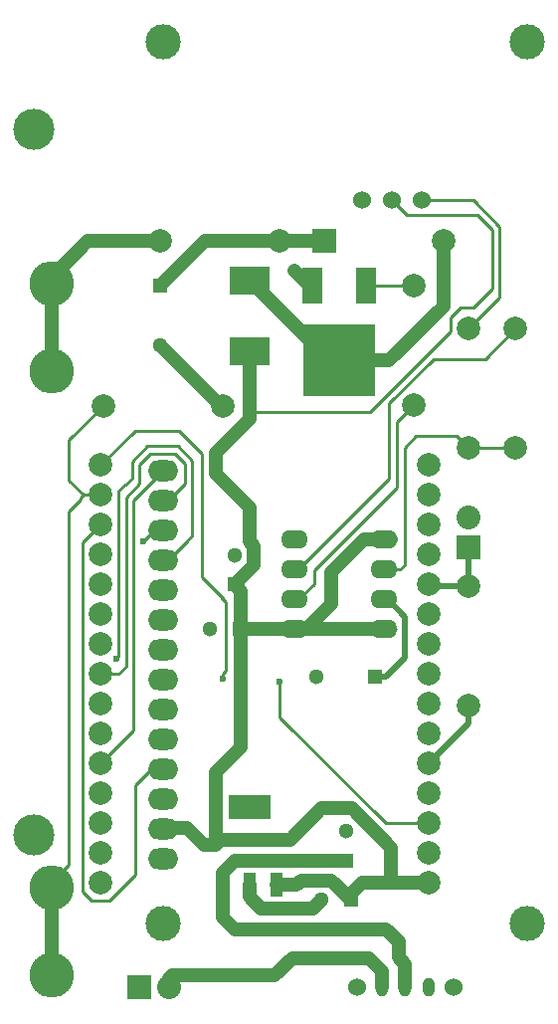
<source format=gtl>
G04 #@! TF.FileFunction,Copper,L1,Top,Signal*
%FSLAX46Y46*%
G04 Gerber Fmt 4.6, Leading zero omitted, Abs format (unit mm)*
G04 Created by KiCad (PCBNEW 4.0.2+dfsg1-stable) date Thu 25 May 2017 10:32:05 AM CEST*
%MOMM*%
G01*
G04 APERTURE LIST*
%ADD10C,0.100000*%
%ADD11C,1.998980*%
%ADD12C,2.000000*%
%ADD13O,3.800000X3.800000*%
%ADD14R,1.300000X1.300000*%
%ADD15C,1.300000*%
%ADD16O,1.000000X1.600000*%
%ADD17C,1.524000*%
%ADD18O,2.300000X1.600000*%
%ADD19R,2.000000X2.000000*%
%ADD20R,3.657600X2.032000*%
%ADD21R,1.016000X2.032000*%
%ADD22R,2.032000X2.032000*%
%ADD23O,2.032000X2.032000*%
%ADD24R,1.651000X3.048000*%
%ADD25R,6.096000X6.096000*%
%ADD26R,3.500120X2.349500*%
%ADD27C,3.500000*%
%ADD28O,2.600000X1.800000*%
%ADD29C,3.000000*%
%ADD30C,0.600000*%
%ADD31C,1.200000*%
%ADD32C,0.250000*%
%ADD33C,0.500000*%
G04 APERTURE END LIST*
D10*
D11*
X163830000Y-60960000D03*
X163830000Y-50800000D03*
D12*
X165100000Y-66040000D03*
X165100000Y-68580000D03*
X165100000Y-71120000D03*
X165100000Y-73660000D03*
X165100000Y-76200000D03*
X165100000Y-78740000D03*
X165100000Y-81280000D03*
X165100000Y-83820000D03*
X165100000Y-86360000D03*
X165100000Y-88900000D03*
X165100000Y-91440000D03*
X165100000Y-93980000D03*
X165100000Y-96520000D03*
X165100000Y-99060000D03*
X165100000Y-101600000D03*
X137160000Y-101600000D03*
X137160000Y-99060000D03*
X137160000Y-96520000D03*
X137160000Y-93980000D03*
X137160000Y-91440000D03*
X137160000Y-88900000D03*
X137160000Y-86360000D03*
X137160000Y-83820000D03*
X137160000Y-81280000D03*
X137160000Y-78740000D03*
X137160000Y-76200000D03*
X137160000Y-73660000D03*
X137160000Y-71120000D03*
X137160000Y-68580000D03*
X137160000Y-66040000D03*
D11*
X168500000Y-64580000D03*
X168500000Y-54420000D03*
D13*
X133000000Y-50600000D03*
X133000000Y-58000000D03*
X133000000Y-109400000D03*
X133000000Y-102000000D03*
D14*
X160500000Y-84000000D03*
D15*
X155500000Y-84000000D03*
D11*
X172500000Y-54420000D03*
X172500000Y-64580000D03*
D16*
X163100000Y-110490000D03*
X161100000Y-110490000D03*
X165100000Y-110490000D03*
D17*
X167200000Y-110490000D03*
X159000000Y-110490000D03*
D18*
X153670000Y-72390000D03*
X153670000Y-74930000D03*
X153670000Y-77470000D03*
X153670000Y-80010000D03*
X161290000Y-80010000D03*
X161290000Y-77470000D03*
X161290000Y-74930000D03*
X161290000Y-72390000D03*
D12*
X166370000Y-46990000D03*
D19*
X156210000Y-46990000D03*
D11*
X142240000Y-46990000D03*
X152400000Y-46990000D03*
X147580000Y-61000000D03*
X137420000Y-61000000D03*
D20*
X149860000Y-95123000D03*
D21*
X149860000Y-101727000D03*
X152146000Y-101727000D03*
X147574000Y-101727000D03*
D22*
X140500000Y-110490000D03*
D23*
X143040000Y-110490000D03*
D22*
X168500000Y-73000000D03*
D23*
X168500000Y-70460000D03*
D24*
X159766000Y-50800000D03*
D25*
X157480000Y-57150000D03*
D24*
X155194000Y-50800000D03*
D26*
X149860000Y-56365140D03*
X149860000Y-50314860D03*
D14*
X158500000Y-103000000D03*
D15*
X156000000Y-103000000D03*
D14*
X149000000Y-80000000D03*
D15*
X146500000Y-80000000D03*
D14*
X142240000Y-50800000D03*
D15*
X142240000Y-55800000D03*
D14*
X158115000Y-99695000D03*
D15*
X158115000Y-97195000D03*
D14*
X148590000Y-76200000D03*
D15*
X148590000Y-73700000D03*
D27*
X131500000Y-97500000D03*
X131500000Y-37500000D03*
D11*
X168500000Y-86500000D03*
X168500000Y-76340000D03*
D28*
X142500000Y-99500000D03*
X142500000Y-96960000D03*
X142500000Y-94420000D03*
X142500000Y-91880000D03*
X142500000Y-89340000D03*
X142500000Y-86800000D03*
X142500000Y-84260000D03*
X142500000Y-81720000D03*
X142500000Y-79180000D03*
X142500000Y-76640000D03*
X142500000Y-74100000D03*
X142500000Y-71560000D03*
X142500000Y-69020000D03*
X142500000Y-66480000D03*
D29*
X142500000Y-104999100D03*
X173500700Y-104999100D03*
X173500700Y-30000520D03*
X142500000Y-30000520D03*
D17*
X162000000Y-43500000D03*
X159460000Y-43500000D03*
X164540000Y-43500000D03*
D30*
X150837999Y-103743001D03*
X153670000Y-49530000D03*
X138524980Y-82500000D03*
X140825010Y-72500000D03*
X147574491Y-84200509D03*
X152400000Y-84455000D03*
D31*
X147580000Y-61000000D02*
X147440000Y-61000000D01*
X147440000Y-61000000D02*
X142240000Y-55800000D01*
X150837999Y-103743001D02*
X155256999Y-103743001D01*
X155256999Y-103743001D02*
X156000000Y-103000000D01*
X149860000Y-101727000D02*
X149860000Y-102765002D01*
X149860000Y-102765002D02*
X150837999Y-103743001D01*
X154940000Y-50800000D02*
X153670000Y-49530000D01*
X155194000Y-50800000D02*
X154940000Y-50800000D01*
X143040000Y-110490000D02*
X143040000Y-109690000D01*
X143040000Y-109690000D02*
X143255999Y-109474001D01*
X143255999Y-109474001D02*
X152025999Y-109474001D01*
X161100000Y-109100000D02*
X161100000Y-110490000D01*
X152025999Y-109474001D02*
X153500000Y-108000000D01*
X153500000Y-108000000D02*
X160000000Y-108000000D01*
X160000000Y-108000000D02*
X161100000Y-109100000D01*
D32*
X162000000Y-43500000D02*
X163287001Y-44787001D01*
X163287001Y-44787001D02*
X169287001Y-44787001D01*
X169287001Y-44787001D02*
X170500000Y-46000000D01*
X170500000Y-51000000D02*
X170500000Y-46000000D01*
X168880986Y-52619014D02*
X170500000Y-51000000D01*
X167849990Y-52619014D02*
X168880986Y-52619014D01*
D31*
X149860000Y-61500000D02*
X149860000Y-58860000D01*
D32*
X166975509Y-54638991D02*
X166975509Y-53493495D01*
D31*
X149860000Y-62140000D02*
X149860000Y-61500000D01*
D32*
X149860000Y-61500000D02*
X160114500Y-61500000D01*
X160114500Y-61500000D02*
X166975509Y-54638991D01*
X166975509Y-53493495D02*
X167849990Y-52619014D01*
D31*
X149130509Y-90075509D02*
X149130509Y-80000000D01*
X149130509Y-80000000D02*
X149130509Y-76740509D01*
X153670000Y-80010000D02*
X149140509Y-80010000D01*
X149140509Y-80010000D02*
X149130509Y-80000000D01*
X147031199Y-98326743D02*
X147031199Y-92174819D01*
X147031199Y-92174819D02*
X149130509Y-90075509D01*
X149130509Y-76740509D02*
X148590000Y-76200000D01*
X147000000Y-65000000D02*
X149860000Y-62140000D01*
X147000000Y-66787246D02*
X147000000Y-65000000D01*
X149860000Y-69850000D02*
X149860000Y-69647246D01*
X149860000Y-69647246D02*
X147000000Y-66787246D01*
X161290000Y-80010000D02*
X154000008Y-80010000D01*
D33*
X161640000Y-80010000D02*
X161290000Y-80010000D01*
D31*
X149860000Y-56365140D02*
X149860000Y-58860000D01*
X161925000Y-101600000D02*
X159400000Y-101600000D01*
X159400000Y-101600000D02*
X158500000Y-102500000D01*
X158500000Y-102500000D02*
X158500000Y-103000000D01*
X158500000Y-103000000D02*
X156849999Y-101349999D01*
X156849999Y-101349999D02*
X154231001Y-101349999D01*
X154231001Y-101349999D02*
X153854000Y-101727000D01*
X153854000Y-101727000D02*
X152146000Y-101727000D01*
X142250000Y-96880000D02*
X144529500Y-96880000D01*
X144529500Y-96880000D02*
X145976243Y-98326743D01*
X145976243Y-98326743D02*
X147031199Y-98326743D01*
X149860000Y-69850000D02*
X149860000Y-72527998D01*
X149860000Y-72527998D02*
X150240001Y-72907999D01*
X150240001Y-72907999D02*
X150240001Y-74549999D01*
X150240001Y-74549999D02*
X148590000Y-76200000D01*
X161925000Y-101600000D02*
X161925000Y-98580006D01*
X161925000Y-98580006D02*
X158594994Y-95250000D01*
X158594994Y-95250000D02*
X155994248Y-95250000D01*
X155994248Y-95250000D02*
X153299819Y-97944429D01*
X153299819Y-97944429D02*
X147413513Y-97944429D01*
X147413513Y-97944429D02*
X147031199Y-98326743D01*
D32*
X161925000Y-80010000D02*
X162275000Y-80010000D01*
X162275000Y-72390000D02*
X161925000Y-72390000D01*
D31*
X156845000Y-77825598D02*
X156845000Y-75120000D01*
X156845000Y-75120000D02*
X159575000Y-72390000D01*
X159575000Y-72390000D02*
X161925000Y-72390000D01*
X154305000Y-80010000D02*
X154660598Y-80010000D01*
X154660598Y-80010000D02*
X156845000Y-77825598D01*
X161925000Y-101600000D02*
X165100000Y-101600000D01*
D32*
X152146000Y-101727000D02*
X152146000Y-102235000D01*
D31*
X152400000Y-46990000D02*
X146050000Y-46990000D01*
X146050000Y-46990000D02*
X142240000Y-50800000D01*
X156210000Y-46990000D02*
X152400000Y-46990000D01*
X157480000Y-57150000D02*
X156695140Y-57150000D01*
X156695140Y-57150000D02*
X149860000Y-50314860D01*
X166370000Y-46990000D02*
X166370000Y-52508000D01*
X166370000Y-52508000D02*
X161728000Y-57150000D01*
X161728000Y-57150000D02*
X157480000Y-57150000D01*
X133000000Y-50600000D02*
X133000000Y-58000000D01*
X142240000Y-46990000D02*
X136110000Y-46990000D01*
X136110000Y-46990000D02*
X132080000Y-51020000D01*
D32*
X153670000Y-74930000D02*
X154020000Y-74930000D01*
X165533752Y-57000000D02*
X169920000Y-57000000D01*
X154020000Y-74930000D02*
X161749990Y-67200010D01*
X161749990Y-67200010D02*
X161749990Y-60783762D01*
X161749990Y-60783762D02*
X165533752Y-57000000D01*
X169920000Y-57000000D02*
X172500000Y-54420000D01*
D33*
X160500000Y-84000000D02*
X161500000Y-84000000D01*
X161500000Y-84000000D02*
X163090010Y-82409990D01*
X163090010Y-82409990D02*
X163090010Y-78920010D01*
X163090010Y-78920010D02*
X161640000Y-77470000D01*
X161640000Y-77470000D02*
X161290000Y-77470000D01*
D31*
X160934402Y-77470000D02*
X161290000Y-77470000D01*
D32*
X160655000Y-77470000D02*
X161925000Y-77470000D01*
D31*
X133000000Y-102000000D02*
X133000000Y-109400000D01*
D32*
X137420000Y-61000000D02*
X134500000Y-63920000D01*
X134500000Y-67334213D02*
X135745787Y-68580000D01*
X134500000Y-63920000D02*
X134500000Y-67334213D01*
X135500000Y-69000000D02*
X135500000Y-68825787D01*
X135745787Y-68580000D02*
X137160000Y-68580000D01*
X135500000Y-68825787D02*
X135745787Y-68580000D01*
X134500000Y-70000000D02*
X135500000Y-69000000D01*
X134500000Y-100000000D02*
X134500000Y-70000000D01*
X132080000Y-102420000D02*
X134500000Y-100000000D01*
X163830000Y-50800000D02*
X159766000Y-50800000D01*
X168500000Y-64580000D02*
X172500000Y-64580000D01*
X161290000Y-74930000D02*
X162690000Y-74930000D01*
X162690000Y-74930000D02*
X163050010Y-74569990D01*
X163050010Y-74569990D02*
X163050010Y-64550010D01*
X163050010Y-64550010D02*
X164019509Y-63580511D01*
X164019509Y-63580511D02*
X167500511Y-63580511D01*
X167500511Y-63580511D02*
X168500000Y-64580000D01*
X140000000Y-88600000D02*
X137160000Y-91440000D01*
X140000000Y-69026091D02*
X140000000Y-88600000D01*
X142250000Y-66400000D02*
X142250000Y-66776091D01*
X142250000Y-66776091D02*
X140000000Y-69026091D01*
X137160000Y-83820000D02*
X138680000Y-83820000D01*
X140500000Y-67606839D02*
X140500000Y-65986091D01*
X138680000Y-83820000D02*
X139349990Y-83150010D01*
X139349990Y-83150010D02*
X139349990Y-68756849D01*
X139349990Y-68756849D02*
X140500000Y-67606839D01*
X140500000Y-65986091D02*
X141436601Y-65049490D01*
X141436601Y-65049490D02*
X143484758Y-65049490D01*
X143484758Y-65049490D02*
X144325010Y-65889742D01*
X144325010Y-65889742D02*
X144325010Y-67594990D01*
X144325010Y-67594990D02*
X142900000Y-69020000D01*
X142900000Y-69020000D02*
X142500000Y-69020000D01*
X142250000Y-68940000D02*
X142504000Y-68940000D01*
X142250000Y-68940000D02*
X141996000Y-68940000D01*
X144504520Y-72495480D02*
X145000000Y-72000000D01*
X143332641Y-64399480D02*
X143754000Y-64399480D01*
X143754000Y-64399480D02*
X144975020Y-65620500D01*
X144975020Y-65620500D02*
X144975020Y-72024980D01*
X142500000Y-74100000D02*
X142900000Y-74100000D01*
X141167359Y-64399480D02*
X139849990Y-65716849D01*
X142900000Y-74100000D02*
X144504520Y-72495480D01*
X143332641Y-64399480D02*
X141167359Y-64399480D01*
X139849990Y-65716849D02*
X139849990Y-67150010D01*
X139849990Y-67150010D02*
X139311354Y-67688646D01*
X139311354Y-67688646D02*
X139251453Y-67688646D01*
X139251453Y-67688646D02*
X138699980Y-68240119D01*
X138699980Y-68240119D02*
X138699980Y-82325000D01*
X138699980Y-82325000D02*
X138524980Y-82500000D01*
X142250000Y-74020000D02*
X142504000Y-74020000D01*
X142250000Y-74020000D02*
X142250000Y-74075010D01*
X142250000Y-74020000D02*
X141996000Y-74020000D01*
X137887980Y-86360000D02*
X137160000Y-86360000D01*
X142250000Y-71480000D02*
X141845010Y-71480000D01*
X141845010Y-71480000D02*
X140825010Y-72500000D01*
X142250000Y-91800000D02*
X141597002Y-91800000D01*
X141597002Y-91800000D02*
X140149003Y-93247999D01*
X140149003Y-93247999D02*
X140149003Y-100867999D01*
X135634999Y-102332001D02*
X135634999Y-72645001D01*
X140149003Y-100867999D02*
X137892001Y-103125001D01*
X137892001Y-103125001D02*
X136427999Y-103125001D01*
X136427999Y-103125001D02*
X135634999Y-102332001D01*
X136160001Y-72119999D02*
X137160000Y-71120000D01*
X135634999Y-72645001D02*
X136160001Y-72119999D01*
D31*
X161500000Y-105500000D02*
X148567245Y-105500000D01*
X148567245Y-105500000D02*
X147574000Y-104506755D01*
X162560000Y-107950000D02*
X162560000Y-106560000D01*
X162560000Y-106560000D02*
X161500000Y-105500000D01*
X147574000Y-101727000D02*
X147574000Y-104506755D01*
X162560000Y-107950000D02*
X163100000Y-108490000D01*
X147574000Y-101727000D02*
X147574000Y-102235000D01*
X163100000Y-108490000D02*
X163100000Y-110490000D01*
X147574000Y-101727000D02*
X147574000Y-100688998D01*
X147574000Y-100688998D02*
X148567998Y-99695000D01*
X148567998Y-99695000D02*
X157053534Y-99695000D01*
X157053534Y-99695000D02*
X158115000Y-99695000D01*
D32*
X147574000Y-101219000D02*
X147574000Y-101727000D01*
X153670000Y-77470000D02*
X154020000Y-77470000D01*
X155345010Y-75000000D02*
X162400000Y-67945010D01*
X154020000Y-77470000D02*
X155345010Y-76144990D01*
X162400000Y-62390000D02*
X162830511Y-61959489D01*
X162830511Y-61959489D02*
X163830000Y-60960000D01*
X155345010Y-76144990D02*
X155345010Y-75000000D01*
X162400000Y-67945010D02*
X162400000Y-62390000D01*
X154305000Y-77470000D02*
X153955000Y-77470000D01*
X145837173Y-75559429D02*
X147500000Y-77222256D01*
X147500000Y-77222256D02*
X147574491Y-77296747D01*
X147414999Y-77270001D02*
X147452255Y-77270001D01*
X147452255Y-77270001D02*
X147500000Y-77222256D01*
X147574491Y-84200509D02*
X147574491Y-83776245D01*
X147574491Y-83776245D02*
X147824999Y-83525737D01*
X147824999Y-83525737D02*
X147824999Y-77680001D01*
X147824999Y-77680001D02*
X147414999Y-77270001D01*
X137160000Y-66040000D02*
X140100540Y-63099460D01*
X140100540Y-63099460D02*
X143871125Y-63099460D01*
X143871125Y-63099460D02*
X145837173Y-65065508D01*
X145837173Y-65065508D02*
X145837173Y-75559429D01*
X165100000Y-96520000D02*
X161455998Y-96520000D01*
X161455998Y-96520000D02*
X152400000Y-87464002D01*
X152400000Y-87464002D02*
X152400000Y-84879264D01*
X152400000Y-84879264D02*
X152400000Y-84455000D01*
D33*
X168500000Y-76340000D02*
X168500000Y-73000000D01*
X168500000Y-76340000D02*
X165240000Y-76340000D01*
X165240000Y-76340000D02*
X165100000Y-76200000D01*
X165100000Y-91440000D02*
X168500000Y-88040000D01*
X168500000Y-88040000D02*
X168500000Y-86500000D01*
D32*
X168500000Y-54420000D02*
X171150010Y-51769990D01*
X171150010Y-45730758D02*
X168919252Y-43500000D01*
X171150010Y-51769990D02*
X171150010Y-45730758D01*
X168919252Y-43500000D02*
X164540000Y-43500000D01*
M02*

</source>
